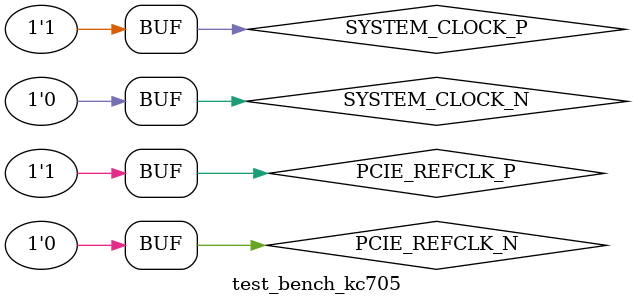
<source format=v>
`timescale 1ns/1ps
/* `include "kc705.v" */

module test_bench_kc705;

    localparam STEP_PCIe = 8; 
    localparam STEP_FPGA = 5; 

    reg SYSTEM_CLOCK_P;
    reg SYSTEM_CLOCK_N; 
    reg PCIE_PERST_B_LS;
    reg PCIE_REFCLK_N;
    reg PCIE_REFCLK_P;
    reg [7:0] PCIE_RX_N, PCIE_RX_P;

    wire [3:0] GPIO_LED;
    wire [7:0] PCIE_TX_N, PCIE_TX_P;
    
    kc705 kc705_ins(
        .SYSTEM_CLOCK_P    (  SYSTEM_CLOCK_P ),
        .SYSTEM_CLOCK_N    (  SYSTEM_CLOCK_N ),
        .PCIE_PERST_B_LS   ( PCIE_PERST_B_LS ),
        .PCIE_REFCLK_N     (   PCIE_REFCLK_N ),
        .PCIE_REFCLK_P     (   PCIE_REFCLK_P ),
        .PCIE_RX_N         (       PCIE_RX_N ),
        .PCIE_RX_P         (       PCIE_RX_P ),
        .GPIO_LED          (        GPIO_LED ), 
        .PCIE_TX_N         (       PCIE_TX_N ),
        .PCIE_TX_P         (       PCIE_TX_P )
    );

    
    always begin
      PCIE_REFCLK_P = 0; PCIE_REFCLK_N = 1; #(STEP_PCIe/2);
      PCIE_REFCLK_P = 1; PCIE_REFCLK_N = 0; #(STEP_PCIe/2);
    end
    
    
    always begin
      //SYSTEM_CLOCK_P = 0; SYSTEM_CLOCK_N = 1; #(STEP_FPGA/2);
      //SYSTEM_CLOCK_P = 1; SYSTEM_CLOCK_N = 0; #(STEP_FPGA/2);
      SYSTEM_CLOCK_P = 0; SYSTEM_CLOCK_N = 1; #(2.500);
      SYSTEM_CLOCK_P = 1; SYSTEM_CLOCK_N = 0; #(2.500);
    end
    

endmodule


</source>
